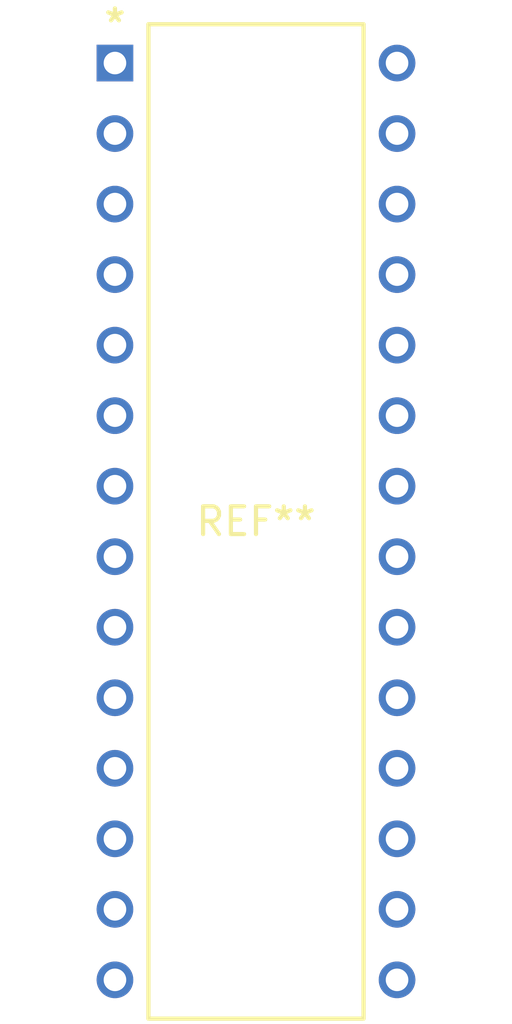
<source format=kicad_pcb>
(kicad_pcb (version 20240108) (generator "pcbnew") (generator_version "8.0")
  (layers (0 "F.Cu" signal) (31 "B.Cu" signal) (34 "B.Paste" user) (35 "F.Paste" user) (36 "B.SilkS" user "B.Silkscreen") (37 "F.SilkS" user "F.Silkscreen") (38 "B.Mask" user) (39 "F.Mask" user) (44 "Edge.Cuts" user))
  (net 0 "")
  (footprint "Microchip:PIC16F1938-X&slash_SP_MCH" (layer "F.Cu") (at 130 63.49)
    (property "Reference" "REF**" (at 5.08 16.51 0) (layer "F.SilkS"))
    (property "Value" "PIC16F1938-X/SP_MCH")
    (fp_line (start 1.2065 -1.397) (end 1.2065 34.417) (stroke (width 0.1524)) (layer "F.SilkS"))
    (fp_line (start 1.2065 34.417) (end 8.9535 34.417) (stroke (width 0.1524)) (layer "F.SilkS"))
    (fp_line (start 8.9535 -1.397) (end 1.2065 -1.397) (stroke (width 0.1524)) (layer "F.SilkS"))
    (fp_line (start 8.9535 34.417) (end 8.9535 -1.397) (stroke (width 0.1524)) (layer "F.SilkS"))
    (fp_text user "*" (at 0 -1.4224 0) (layer "F.SilkS"))
    (fp_text user "*" (at 0 -1.4224 0) (layer "F.SilkS"))
    (pad "1" thru_hole rect (at 0 0) (size 1.3208 1.3208) (drill 0.8128) (layers "*.Cu" "*.Mask"))
    (pad "2" thru_hole circle (at 0 2.54) (size 1.3208 1.3208) (drill 0.8128) (layers "*.Cu" "*.Mask"))
    (pad "3" thru_hole circle (at 0 5.08) (size 1.3208 1.3208) (drill 0.8128) (layers "*.Cu" "*.Mask"))
    (pad "4" thru_hole circle (at 0 7.62) (size 1.3208 1.3208) (drill 0.8128) (layers "*.Cu" "*.Mask"))
    (pad "5" thru_hole circle (at 0 10.16) (size 1.3208 1.3208) (drill 0.8128) (layers "*.Cu" "*.Mask"))
    (pad "6" thru_hole circle (at 0 12.7) (size 1.3208 1.3208) (drill 0.8128) (layers "*.Cu" "*.Mask"))
    (pad "7" thru_hole circle (at 0 15.24) (size 1.3208 1.3208) (drill 0.8128) (layers "*.Cu" "*.Mask"))
    (pad "8" thru_hole circle (at 0 17.78) (size 1.3208 1.3208) (drill 0.8128) (layers "*.Cu" "*.Mask"))
    (pad "9" thru_hole circle (at 0 20.32) (size 1.3208 1.3208) (drill 0.8128) (layers "*.Cu" "*.Mask"))
    (pad "10" thru_hole circle (at 0 22.86) (size 1.3208 1.3208) (drill 0.8128) (layers "*.Cu" "*.Mask"))
    (pad "11" thru_hole circle (at 0 25.4) (size 1.3208 1.3208) (drill 0.8128) (layers "*.Cu" "*.Mask"))
    (pad "12" thru_hole circle (at 0 27.94) (size 1.3208 1.3208) (drill 0.8128) (layers "*.Cu" "*.Mask"))
    (pad "13" thru_hole circle (at 0 30.48) (size 1.3208 1.3208) (drill 0.8128) (layers "*.Cu" "*.Mask"))
    (pad "14" thru_hole circle (at 0 33.02) (size 1.3208 1.3208) (drill 0.8128) (layers "*.Cu" "*.Mask"))
    (pad "15" thru_hole circle (at 10.16 33.02) (size 1.3208 1.3208) (drill 0.8128) (layers "*.Cu" "*.Mask"))
    (pad "16" thru_hole circle (at 10.16 30.48) (size 1.3208 1.3208) (drill 0.8128) (layers "*.Cu" "*.Mask"))
    (pad "17" thru_hole circle (at 10.16 27.94) (size 1.3208 1.3208) (drill 0.8128) (layers "*.Cu" "*.Mask"))
    (pad "18" thru_hole circle (at 10.16 25.4) (size 1.3208 1.3208) (drill 0.8128) (layers "*.Cu" "*.Mask"))
    (pad "19" thru_hole circle (at 10.16 22.86) (size 1.3208 1.3208) (drill 0.8128) (layers "*.Cu" "*.Mask"))
    (pad "20" thru_hole circle (at 10.16 20.32) (size 1.3208 1.3208) (drill 0.8128) (layers "*.Cu" "*.Mask"))
    (pad "21" thru_hole circle (at 10.16 17.78) (size 1.3208 1.3208) (drill 0.8128) (layers "*.Cu" "*.Mask"))
    (pad "22" thru_hole circle (at 10.16 15.24) (size 1.3208 1.3208) (drill 0.8128) (layers "*.Cu" "*.Mask"))
    (pad "23" thru_hole circle (at 10.16 12.7) (size 1.3208 1.3208) (drill 0.8128) (layers "*.Cu" "*.Mask"))
    (pad "24" thru_hole circle (at 10.16 10.16) (size 1.3208 1.3208) (drill 0.8128) (layers "*.Cu" "*.Mask"))
    (pad "25" thru_hole circle (at 10.16 7.62) (size 1.3208 1.3208) (drill 0.8128) (layers "*.Cu" "*.Mask"))
    (pad "26" thru_hole circle (at 10.16 5.08) (size 1.3208 1.3208) (drill 0.8128) (layers "*.Cu" "*.Mask"))
    (pad "27" thru_hole circle (at 10.16 2.54) (size 1.3208 1.3208) (drill 0.8128) (layers "*.Cu" "*.Mask"))
    (pad "28" thru_hole circle (at 10.16 0) (size 1.3208 1.3208) (drill 0.8128) (layers "*.Cu" "*.Mask"))
  )
)
</source>
